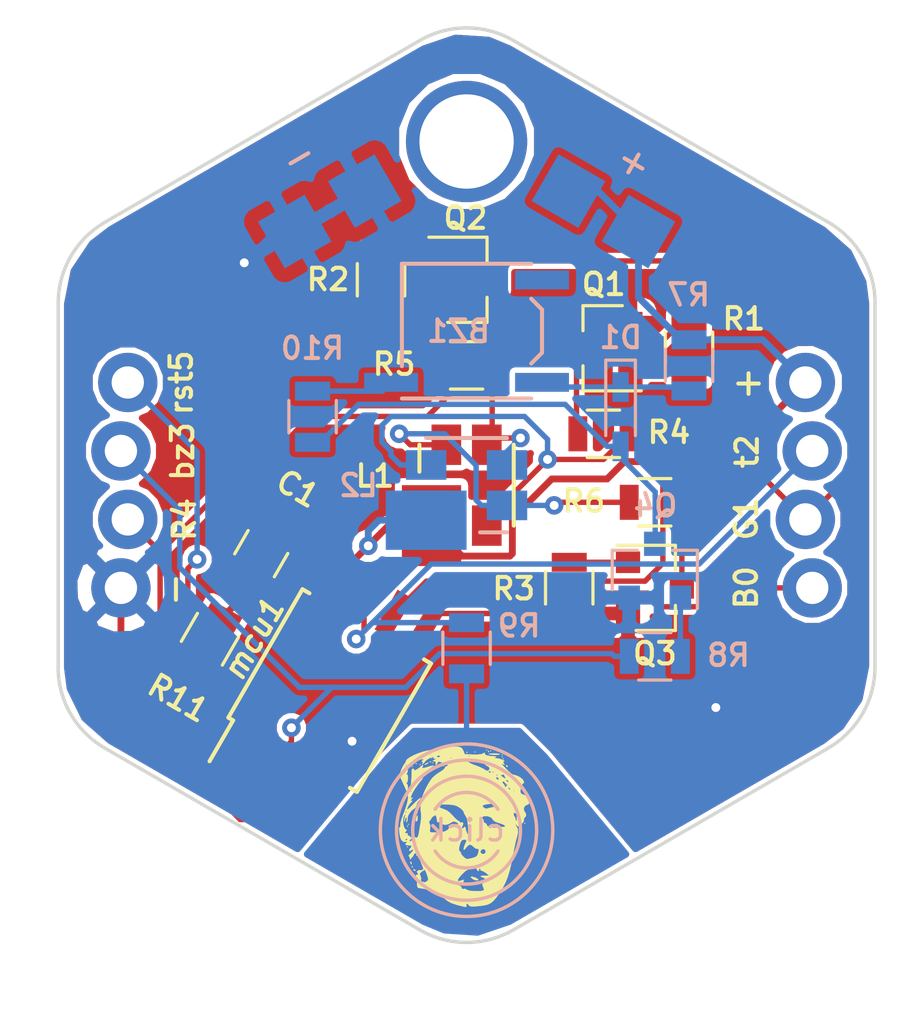
<source format=kicad_pcb>
(kicad_pcb (version 4) (host pcbnew 4.0.7-e2-6376~60~ubuntu17.10.1)
  (layers (0 F.Cu signal) (31 B.Cu signal) (34 B.Paste user hide) (35 F.Paste user hide) (36 B.SilkS user) (37 F.SilkS user) (38 B.Mask user) (39 F.Mask user) (44 Edge.Cuts user))
  (net 0 "")
  (net 1 /BLUE)
  (net 2 "Net-(BZ1-Pad2)")
  (net 3 "Net-(BZ1-Pad1)")
  (net 4 /BUZZER)
  (net 5 VCC)
  (net 6 GND)
  (net 7 "Net-(D1-Pad2)")
  (net 8 /GREEN)
  (net 9 "Net-(J9-Pad1)")
  (net 10 /BLUE_MOS)
  (net 11 /GREEN_MOS)
  (net 12 /RED_MOS)
  (net 13 /RESET)
  (net 14 /RED)
  (net 15 /TOUCH)
  (net 16 "Net-(Q1-Pad1)")
  (net 17 "Net-(Q1-Pad3)")
  (net 18 "Net-(Q2-Pad1)")
  (net 19 "Net-(Q2-Pad3)")
  (net 20 "Net-(Q3-Pad1)")
  (net 21 "Net-(Q3-Pad3)")
  (net 22 "Net-(Q4-Pad1)")
  (module SMD_Packages:1Pin (layer B.Cu) (at 0 11.43 180)
    (fp_text reference J9 hide)
    (fp_text value TOUCH_PAD_COPPER)
    (pad 1 smd rect (at 0 0 180) (size 4.064 4.064) (layers B.Cu) (net 9 "Net-(J9-Pad1)"))
  )
  (module Diodes_SMD:D_SC-80_HandSoldering (layer B.Cu) (at 5.715 -2.54 270)
    (fp_text reference D1 (at -2.94 -0.005 360) (layer B.SilkS) (effects (font (size 0.8 0.8)) (justify mirror)))
    (fp_text value D_Zener)
    (pad 2 smd rect (at 1.1 0 270) (size 1.1 0.6) (layers B.Cu B.Paste B.Mask) (net 7 "Net-(D1-Pad2)"))
    (pad 1 smd rect (at -1.1 0 270) (size 1.1 0.6) (layers B.Cu B.Paste B.Mask) (net 3 "Net-(BZ1-Pad1)"))
  )
  (module Wire_Pads:SolderWirePad_single_1-2mmDrill (layer F.Cu) (at 12.827 3.81 90)
    (fp_text reference B0 (at 0.01 -2.447 90) (layer F.SilkS) (effects (font (size 0.8 0.8))))
    (fp_text value TEST_1P)
    (pad 1 thru_hole circle (at 0 0 90) (size 2.2 2.2) (drill 1.19888) (layers *.Cu *.Mask) (net 1 /BLUE))
  )
  (module bzel-t72-0505:t72-0505 (layer B.Cu) (at 0 -5.715 180)
    (fp_text reference BZ1 (at 0.3 0 180) (layer B.SilkS) (effects (font (size 0.8 0.8)) (justify mirror)))
    (fp_text value "Magnetic Buzzer")
    (pad 2 smd rect (at 2.8 -1.9 180) (size 2 0.7) (layers B.Cu B.Paste B.Mask) (net 2 "Net-(BZ1-Pad2)"))
    (pad 1 smd rect (at -2.8 -1.9 180) (size 2 0.7) (layers B.Cu B.Paste B.Mask) (net 3 "Net-(BZ1-Pad1)"))
    (pad "" smd rect (at -2.8 1.9 180) (size 2 0.7) (layers B.Cu B.Paste B.Mask))
  )
  (module Wire_Pads:SolderWirePad_single_1-2mmDrill (layer F.Cu) (at -12.827 -1.27 270)
    (fp_text reference bz3 (at 0.02 -2.287 270) (layer F.SilkS) (effects (font (size 0.8 0.8))))
    (fp_text value TEST_1P)
    (pad 1 thru_hole circle (at 0 0 270) (size 2.2 2.2) (drill 1.19888) (layers *.Cu *.Mask) (net 4 /BUZZER))
  )
  (module Capacitors_SMD:C_0805 (layer F.Cu) (at -7.62 2.54 60)
    (fp_text reference C1 (at 2.762121 -0.035866 150) (layer F.SilkS) (effects (font (size 0.8 0.8))))
    (fp_text value 100nf)
    (pad 1 smd rect (at -1 0 60) (size 1 1.25) (layers F.Cu F.Paste F.Mask) (net 5 VCC))
    (pad 2 smd rect (at 1 0 60) (size 1 1.25) (layers F.Cu F.Paste F.Mask) (net 6 GND))
  )
  (module Wire_Pads:SolderWirePad_single_1-2mmDrill (layer F.Cu) (at 12.573 1.27 90)
    (fp_text reference G1 (at 0.02 -2.193 90) (layer F.SilkS) (effects (font (size 0.8 0.8))))
    (fp_text value TEST_1P)
    (pad 1 thru_hole circle (at 0 0 90) (size 2.2 2.2) (drill 1.19888) (layers *.Cu *.Mask) (net 8 /GREEN))
  )
  (module Wire_Pads:SolderWirePad_single_1-2mmDrill (layer F.Cu) (at -12.827 3.81 270)
    (fp_text reference - (at 0.06 -1.967 270) (layer F.SilkS))
    (fp_text value TEST_1P)
    (pad 1 thru_hole circle (at 0 0 270) (size 2.2 2.2) (drill 1.19888) (layers *.Cu *.Mask) (net 6 GND))
  )
  (module wrirepad:singlesolderpad (layer B.Cu) (at -5.08 -10.16 300)
    (fp_text reference - (at -2.338032 -0.010411 390) (layer B.SilkS) (effects (justify mirror)))
    (fp_text value TEST_1P)
    (pad 1 smd rect (at 0 1.5 300) (size 2 2) (layers B.Cu B.Paste B.Mask) (net 6 GND))
    (pad 1 smd rect (at 0 -1.5 300) (size 2 2) (layers B.Cu B.Paste B.Mask) (net 6 GND))
  )
  (module ASMB-MTB0-0A3A2:ASMB-MTB0-0A3A2 (layer F.Cu) (at 0 0)
    (fp_text reference L1 (at -3.4 -0.34) (layer F.SilkS) (effects (font (size 0.8 0.8))))
    (fp_text value ASMB-MTB0-0A3A2)
    (pad 1 smd rect (at -0.75 1.5) (size 1.1 1.5) (layers F.Cu F.Paste F.Mask) (net 5 VCC))
    (pad 1 smd rect (at -1.3 1.5) (size 2.2 3) (layers F.Cu) (net 5 VCC))
    (pad 2 smd rect (at -0.75 -1.5) (size 1.1 1.5) (layers F.Cu F.Paste F.Mask) (net 10 /BLUE_MOS))
    (pad 3 smd rect (at 0.75 -1.5) (size 1.1 1.5) (layers F.Cu F.Paste F.Mask) (net 11 /GREEN_MOS))
    (pad 4 smd rect (at 0.75 1.5) (size 1.1 1.5) (layers F.Cu F.Paste F.Mask) (net 12 /RED_MOS))
  )
  (module ASMB-MTB0-0A3A2:ASMB-MTB0-0A3A2 (layer B.Cu) (at 0 0 90)
    (fp_text reference L2 (at -0.01 -4.01 180) (layer B.SilkS) (effects (font (size 0.8 0.8)) (justify mirror)))
    (fp_text value ASMB-MTB0-0A3A2)
    (pad 1 smd rect (at -0.75 -1.5 90) (size 1.1 1.5) (layers B.Cu B.Paste B.Mask) (net 5 VCC))
    (pad 1 smd rect (at -1.3 -1.5 90) (size 2.2 3) (layers B.Cu) (net 5 VCC))
    (pad 2 smd rect (at -0.75 1.5 90) (size 1.1 1.5) (layers B.Cu B.Paste B.Mask) (net 10 /BLUE_MOS))
    (pad 3 smd rect (at 0.75 1.5 90) (size 1.1 1.5) (layers B.Cu B.Paste B.Mask) (net 11 /GREEN_MOS))
    (pad 4 smd rect (at 0.75 -1.5 90) (size 1.1 1.5) (layers B.Cu B.Paste B.Mask) (net 12 /RED_MOS))
  )
  (module Housings_SOIC:SOIJ-8_5.3x5.3mm_Pitch1.27mm (layer F.Cu) (at -5.08 7.62 60)
    (fp_text reference mcu1 (at 0.252769 -3.402192 60) (layer F.SilkS) (effects (font (size 0.8 0.8) (thickness 0.15) italic)))
    (fp_text value ATTINY85V-10SU)
    (pad 1 smd rect (at -3.65 -1.905 60) (size 1.7 0.65) (layers F.Cu F.Paste F.Mask) (net 13 /RESET))
    (pad 2 smd rect (at -3.65 -0.635 60) (size 1.7 0.65) (layers F.Cu F.Paste F.Mask) (net 4 /BUZZER))
    (pad 3 smd rect (at -3.65 0.635 60) (size 1.7 0.65) (layers F.Cu F.Paste F.Mask) (net 14 /RED))
    (pad 4 smd rect (at -3.65 1.905 60) (size 1.7 0.65) (layers F.Cu F.Paste F.Mask) (net 6 GND))
    (pad 5 smd rect (at 3.65 1.905 60) (size 1.7 0.65) (layers F.Cu F.Paste F.Mask) (net 1 /BLUE))
    (pad 6 smd rect (at 3.65 0.635 60) (size 1.7 0.65) (layers F.Cu F.Paste F.Mask) (net 8 /GREEN))
    (pad 7 smd rect (at 3.65 -0.635 60) (size 1.7 0.65) (layers F.Cu F.Paste F.Mask) (net 15 /TOUCH))
    (pad 8 smd rect (at 3.65 -1.905 60) (size 1.7 0.65) (layers F.Cu F.Paste F.Mask) (net 5 VCC))
  )
  (module TO_SOT_Packages_SMD:SOT-23 (layer F.Cu) (at 5.08 -5.08 180)
    (fp_text reference Q1 (at -0.01 2.37 180) (layer F.SilkS) (effects (font (size 0.8 0.8))))
    (fp_text value NTR4003NT3G)
    (pad 1 smd rect (at -1 -0.95 180) (size 0.9 0.8) (layers F.Cu F.Paste F.Mask) (net 16 "Net-(Q1-Pad1)"))
    (pad 2 smd rect (at -1 0.95 180) (size 0.9 0.8) (layers F.Cu F.Paste F.Mask) (net 6 GND))
    (pad 3 smd rect (at 1 0 180) (size 0.9 0.8) (layers F.Cu F.Paste F.Mask) (net 17 "Net-(Q1-Pad3)"))
  )
  (module TO_SOT_Packages_SMD:SOT-23 (layer F.Cu) (at 0 -7.62)
    (fp_text reference Q2 (at -0.04 -2.29) (layer F.SilkS) (effects (font (size 0.8 0.8))))
    (fp_text value NTR4003NT3G)
    (pad 1 smd rect (at -1 -0.95) (size 0.9 0.8) (layers F.Cu F.Paste F.Mask) (net 18 "Net-(Q2-Pad1)"))
    (pad 2 smd rect (at -1 0.95) (size 0.9 0.8) (layers F.Cu F.Paste F.Mask) (net 6 GND))
    (pad 3 smd rect (at 1 0) (size 0.9 0.8) (layers F.Cu F.Paste F.Mask) (net 19 "Net-(Q2-Pad3)"))
  )
  (module TO_SOT_Packages_SMD:SOT-23 (layer F.Cu) (at 6.99 3.81)
    (fp_text reference Q3 (at 0 2.44) (layer F.SilkS) (effects (font (size 0.8 0.8))))
    (fp_text value NTR4003NT3G)
    (pad 1 smd rect (at -1 -0.95) (size 0.9 0.8) (layers F.Cu F.Paste F.Mask) (net 20 "Net-(Q3-Pad1)"))
    (pad 2 smd rect (at -1 0.95) (size 0.9 0.8) (layers F.Cu F.Paste F.Mask) (net 6 GND))
    (pad 3 smd rect (at 1 0) (size 0.9 0.8) (layers F.Cu F.Paste F.Mask) (net 21 "Net-(Q3-Pad3)"))
  )
  (module TO_SOT_Packages_SMD:SOT-23 (layer B.Cu) (at 6.985 3.175 90)
    (fp_text reference Q4 (at 2.415 0.025 180) (layer B.SilkS) (effects (font (size 0.8 0.8)) (justify mirror)))
    (fp_text value NTR4003NT3G)
    (pad 1 smd rect (at -1 0.95 90) (size 0.9 0.8) (layers B.Cu B.Paste B.Mask) (net 22 "Net-(Q4-Pad1)"))
    (pad 2 smd rect (at -1 -0.95 90) (size 0.9 0.8) (layers B.Cu B.Paste B.Mask) (net 6 GND))
    (pad 3 smd rect (at 1 0 90) (size 0.9 0.8) (layers B.Cu B.Paste B.Mask) (net 7 "Net-(D1-Pad2)"))
  )
  (module Resistors_SMD:R_0805 (layer F.Cu) (at 8.255 -5.08 90)
    (fp_text reference R1 (at 1.09 2.035 180) (layer F.SilkS) (effects (font (size 0.8 0.8))))
    (fp_text value 82R)
    (pad 1 smd rect (at -0.95 0 90) (size 0.7 1.3) (layers F.Cu F.Paste F.Mask) (net 16 "Net-(Q1-Pad1)"))
    (pad 2 smd rect (at 0.95 0 90) (size 0.7 1.3) (layers F.Cu F.Paste F.Mask) (net 14 /RED))
  )
  (module Resistors_SMD:R_0805 (layer F.Cu) (at -3.175 -7.62 270)
    (fp_text reference R2 (at -0.01 1.965 360) (layer F.SilkS) (effects (font (size 0.8 0.8))))
    (fp_text value 82R)
    (pad 1 smd rect (at -0.95 0 270) (size 0.7 1.3) (layers F.Cu F.Paste F.Mask) (net 18 "Net-(Q2-Pad1)"))
    (pad 2 smd rect (at 0.95 0 270) (size 0.7 1.3) (layers F.Cu F.Paste F.Mask) (net 8 /GREEN))
  )
  (module Resistors_SMD:R_0805 (layer F.Cu) (at 3.81 3.81 270)
    (fp_text reference R3 (at 0.03 2.06 360) (layer F.SilkS) (effects (font (size 0.8 0.8))))
    (fp_text value 82R)
    (pad 1 smd rect (at -0.95 0 270) (size 0.7 1.3) (layers F.Cu F.Paste F.Mask) (net 20 "Net-(Q3-Pad1)"))
    (pad 2 smd rect (at 0.95 0 270) (size 0.7 1.3) (layers F.Cu F.Paste F.Mask) (net 1 /BLUE))
  )
  (module Resistors_SMD:R_0805 (layer F.Cu) (at 5.08 -1.905)
    (fp_text reference R4 (at 2.43 -0.055) (layer F.SilkS) (effects (font (size 0.8 0.8))))
    (fp_text value 33R)
    (pad 1 smd rect (at -0.95 0) (size 0.7 1.3) (layers F.Cu F.Paste F.Mask) (net 17 "Net-(Q1-Pad3)"))
    (pad 2 smd rect (at 0.95 0) (size 0.7 1.3) (layers F.Cu F.Paste F.Mask) (net 12 /RED_MOS))
  )
  (module Resistors_SMD:R_0805 (layer F.Cu) (at 0 -4.445)
    (fp_text reference R5 (at -2.69 -0.045) (layer F.SilkS) (effects (font (size 0.8 0.8))))
    (fp_text value 33R)
    (pad 1 smd rect (at -0.95 0) (size 0.7 1.3) (layers F.Cu F.Paste F.Mask) (net 19 "Net-(Q2-Pad3)"))
    (pad 2 smd rect (at 0.95 0) (size 0.7 1.3) (layers F.Cu F.Paste F.Mask) (net 11 /GREEN_MOS))
  )
  (module Resistors_SMD:R_0805 (layer F.Cu) (at 6.985 0.635 180)
    (fp_text reference R6 (at 2.635 0.045 180) (layer F.SilkS) (effects (font (size 0.8 0.8))))
    (fp_text value 33R)
    (pad 1 smd rect (at -0.95 0 180) (size 0.7 1.3) (layers F.Cu F.Paste F.Mask) (net 21 "Net-(Q3-Pad3)"))
    (pad 2 smd rect (at 0.95 0 180) (size 0.7 1.3) (layers F.Cu F.Paste F.Mask) (net 10 /BLUE_MOS))
  )
  (module Resistors_SMD:R_0805 (layer B.Cu) (at 8.255 -4.445 270)
    (fp_text reference R7 (at -2.615 0.015 360) (layer B.SilkS) (effects (font (size 0.8 0.8)) (justify mirror)))
    (fp_text value 10R)
    (pad 1 smd rect (at -0.95 0 270) (size 0.7 1.3) (layers B.Cu B.Paste B.Mask) (net 5 VCC))
    (pad 2 smd rect (at 0.95 0 270) (size 0.7 1.3) (layers B.Cu B.Paste B.Mask) (net 3 "Net-(BZ1-Pad1)"))
  )
  (module Resistors_SMD:R_0805 (layer B.Cu) (at 6.985 6.35 180)
    (fp_text reference R8 (at -2.735 0.04 180) (layer B.SilkS) (effects (font (size 0.8 0.8)) (justify mirror)))
    (fp_text value 82R)
    (pad 1 smd rect (at -0.95 0 180) (size 0.7 1.3) (layers B.Cu B.Paste B.Mask) (net 22 "Net-(Q4-Pad1)"))
    (pad 2 smd rect (at 0.95 0 180) (size 0.7 1.3) (layers B.Cu B.Paste B.Mask) (net 4 /BUZZER))
  )
  (module Resistors_SMD:R_0805 (layer B.Cu) (at 0 6.05 270)
    (fp_text reference R9 (at -0.83 -1.95 360) (layer B.SilkS) (effects (font (size 0.8 0.8)) (justify mirror)))
    (fp_text value 20K)
    (pad 1 smd rect (at -0.95 0 270) (size 0.7 1.3) (layers B.Cu B.Paste B.Mask) (net 15 /TOUCH))
    (pad 2 smd rect (at 0.95 0 270) (size 0.7 1.3) (layers B.Cu B.Paste B.Mask) (net 9 "Net-(J9-Pad1)"))
  )
  (module Resistors_SMD:R_0805 (layer B.Cu) (at -5.715 -2.54 90)
    (fp_text reference R10 (at 2.54 -0.005 180) (layer B.SilkS) (effects (font (size 0.8 0.8)) (justify mirror)))
    (fp_text value 33R)
    (pad 1 smd rect (at -0.95 0 90) (size 0.7 1.3) (layers B.Cu B.Paste B.Mask) (net 7 "Net-(D1-Pad2)"))
    (pad 2 smd rect (at 0.95 0 90) (size 0.7 1.3) (layers B.Cu B.Paste B.Mask) (net 2 "Net-(BZ1-Pad2)"))
  )
  (module Resistors_SMD:R_0805 (layer F.Cu) (at -9.525 5.715 60)
    (fp_text reference R11 (at -2.479766 0.07492 150) (layer F.SilkS) (effects (font (size 0.8 0.8))))
    (fp_text value 20K)
    (pad 1 smd rect (at -0.95 0 60) (size 0.7 1.3) (layers F.Cu F.Paste F.Mask) (net 13 /RESET))
    (pad 2 smd rect (at 0.95 0 60) (size 0.7 1.3) (layers F.Cu F.Paste F.Mask) (net 5 VCC))
  )
  (module Wire_Pads:SolderWirePad_single_1-2mmDrill (layer F.Cu) (at -12.573 1.27 270)
    (fp_text reference R4 (at 0 -2.103 270) (layer F.SilkS) (effects (font (size 0.8 0.8))))
    (fp_text value TEST_1P)
    (pad 1 thru_hole circle (at 0 0 270) (size 2.2 2.2) (drill 1.19888) (layers *.Cu *.Mask) (net 14 /RED))
  )
  (module Wire_Pads:SolderWirePad_single_1-2mmDrill (layer F.Cu) (at -12.573 -3.81 270)
    (fp_text reference rst5 (at 0.01 -1.983 270) (layer F.SilkS) (effects (font (size 0.8 0.8))))
    (fp_text value TEST_1P)
    (pad 1 thru_hole circle (at 0 0 270) (size 2.2 2.2) (drill 1.19888) (layers *.Cu *.Mask) (net 13 /RESET))
  )
  (module Wire_Pads:SolderWirePad_single_1-2mmDrill (layer F.Cu) (at 12.827 -1.27 90)
    (fp_text reference t2 (at -0.02 -2.417 90) (layer F.SilkS) (effects (font (size 0.8 0.8))))
    (fp_text value TEST_1P)
    (pad 1 thru_hole circle (at 0 0 90) (size 2.2 2.2) (drill 1.19888) (layers *.Cu *.Mask) (net 15 /TOUCH))
  )
  (module Wire_Pads:SolderWirePad_single_1-2mmDrill (layer F.Cu) (at 12.573 -3.81 90)
    (fp_text reference + (at -0.04 -2.183 90) (layer F.SilkS))
    (fp_text value TEST_1P)
    (pad 1 thru_hole circle (at 0 0 90) (size 2.2 2.2) (drill 1.19888) (layers *.Cu *.Mask) (net 5 VCC))
  )
  (module wrirepad:singlesolderpad (layer B.Cu) (at 5.08 -10.16 60)
    (fp_text reference + (at 2.168487 0.075929 150) (layer B.SilkS) (effects (justify mirror)))
    (fp_text value TEST_1P)
    (pad 1 smd rect (at 0 1.5 60) (size 2 2) (layers B.Cu B.Paste B.Mask) (net 5 VCC))
    (pad 1 smd rect (at 0 -1.5 60) (size 2 2) (layers B.Cu B.Paste B.Mask) (net 5 VCC))
  )
  (module blinker_attiny85:testfoto (layer F.Cu) (at 0 13)
    (fp_text reference G*** hide)
    (fp_text value LOGO hide)
  )
  (module blinker_attiny85:italia (layer B.Cu) (at -11 7 180)
    (fp_text reference G*** hide)
    (fp_text value LOGO hide)
  )
  (module Wire_Pads:SolderWirePad_single_2mmDrill (layer F.Cu) (at 0 -12.75)
    (fp_text reference REF** hide)
    (fp_text value SolderWirePad_single_2mmDrill)
    (pad "" np_thru_hole circle (at 0 0) (size 4.5 4.5) (drill 3.5) (layers *.Cu *.Mask))
  )
  (gr_arc (start -11.691 6.75) (end -13.432 9.75) (angle 60) (layer Edge.Cuts) (width 0.127))
  (gr_arc (start 0 13.5) (end 1.732 16.5) (angle 60) (layer Edge.Cuts) (width 0.127))
  (gr_arc (start 11.691 6.75) (end 15.155 6.75) (angle 60) (layer Edge.Cuts) (width 0.127))
  (gr_arc (start 11.691 -6.75) (end 13.432 -9.75) (angle 60) (layer Edge.Cuts) (width 0.127))
  (gr_arc (start 0 -13.5) (end -1.732 -16.5) (angle 60) (layer Edge.Cuts) (width 0.127))
  (gr_arc (start -11.691 -6.75) (end -15.155 -6.75) (angle 60) (layer Edge.Cuts) (width 0.127))
  (gr_line (start -13.432 -9.75) (end -1.732 -16.5) (layer Edge.Cuts) (width 0.127))
  (gr_line (start -15.155 6.75) (end -15.155 -6.75) (layer Edge.Cuts) (width 0.127))
  (gr_line (start -1.732 16.5) (end -13.432 9.75) (layer Edge.Cuts) (width 0.127))
  (gr_line (start 13.432 9.75) (end 1.732 16.5) (layer Edge.Cuts) (width 0.127))
  (gr_line (start 15.155 -6.75) (end 15.155 6.75) (layer Edge.Cuts) (width 0.127))
  (gr_line (start 1.732 -16.5) (end 13.432 -9.75) (layer Edge.Cuts) (width 0.127))
  (gr_arc (start 0 12.8) (end 0 11.4) (angle -56.30993247) (layer B.SilkS) (width 0.127))
  (gr_arc (start 0 12.8) (end 0 14.2) (angle -56.30993247) (layer B.SilkS) (width 0.127))
  (gr_arc (start 0 12.8) (end 0 14.2) (angle 56.30993247) (layer B.SilkS) (width 0.127))
  (gr_arc (start 0 12.8) (end 0 11.4) (angle 56.30993247) (layer B.SilkS) (width 0.127))
  (gr_circle (center 0 12.8) (end 3.2 12.8) (layer B.SilkS) (width 0.127))
  (gr_circle (center 0 12.8) (end 2.6 12.8) (layer B.SilkS) (width 0.127))
  (gr_circle (center 0 12.8) (end 2 12.8) (layer B.SilkS) (width 0.127))
  (gr_text click (at 0 12.8) (layer B.SilkS) (effects (font (size 0.8 0.8) (thickness 0.127)) (justify mirror)))
  (segment (start 3.81 4.76) (end -0.953715 4.76) (width 0.2) (layer F.Cu) (net 1))
  (segment (start -0.953715 4.76) (end -1.605222 5.411507) (width 0.2) (layer F.Cu) (net 1))
  (segment (start 12.827 3.81) (end 11.271366 3.81) (width 0.2) (layer F.Cu) (net 1))
  (segment (start 11.271366 3.81) (end 10.571365 4.510001) (width 0.2) (layer F.Cu) (net 1))
  (segment (start 10.571365 4.510001) (end 7.227203 4.510001) (width 0.2) (layer F.Cu) (net 1))
  (segment (start 7.227203 4.510001) (end 6.723201 4.005999) (width 0.2) (layer F.Cu) (net 1))
  (segment (start 6.723201 4.005999) (end 4.864001 4.005999) (width 0.2) (layer F.Cu) (net 1))
  (segment (start 4.864001 4.005999) (end 4.11 4.76) (width 0.2) (layer F.Cu) (net 1))
  (segment (start 4.11 4.76) (end 3.81 4.76) (width 0.2) (layer F.Cu) (net 1))
  (segment (start -5.715 -3.49) (end -3.125 -3.49) (width 0.2) (layer B.Cu) (net 2))
  (segment (start -3.125 -3.49) (end -2.8 -3.815) (width 0.2) (layer B.Cu) (net 2))
  (segment (start 5.715 -3.64) (end 8.11 -3.64) (width 0.2) (layer B.Cu) (net 3))
  (segment (start 8.11 -3.64) (end 8.255 -3.495) (width 0.2) (layer B.Cu) (net 3))
  (segment (start 5.715 -3.64) (end 2.975 -3.64) (width 0.2) (layer B.Cu) (net 3))
  (segment (start 2.975 -3.64) (end 2.8 -3.815) (width 0.2) (layer B.Cu) (net 3))
  (segment (start 6.035 6.35) (end 5.485 6.35) (width 0.2) (layer B.Cu) (net 4))
  (segment (start -2.25 7.5) (end -5 7.5) (width 0.2) (layer B.Cu) (net 4))
  (segment (start 5.485 6.35) (end 5.385 6.25) (width 0.2) (layer B.Cu) (net 4))
  (segment (start 5.385 6.25) (end -1 6.25) (width 0.2) (layer B.Cu) (net 4))
  (segment (start -1 6.25) (end -2.25 7.5) (width 0.2) (layer B.Cu) (net 4))
  (segment (start -5 7.5) (end -6 8.5) (width 0.2) (layer B.Cu) (net 4))
  (segment (start -6 8.5) (end -6.5 9) (width 0.2) (layer B.Cu) (net 4))
  (segment (start -12.827 -1.27) (end -10.642902 0.914098) (width 0.2) (layer B.Cu) (net 4))
  (segment (start -10.642902 3.058594) (end -6.201496 7.5) (width 0.2) (layer B.Cu) (net 4))
  (segment (start -10.642902 0.914098) (end -10.642902 3.058594) (width 0.2) (layer B.Cu) (net 4))
  (segment (start -6.201496 7.5) (end -5 7.5) (width 0.2) (layer B.Cu) (net 4))
  (segment (start -6.5 9) (end -6.5 9.508567) (width 0.2) (layer F.Cu) (net 4))
  (segment (start -6.5 9.508567) (end -7.454926 10.463493) (width 0.2) (layer F.Cu) (net 4))
  (via (at -6.5 9) (size 0.6858) (drill 0.3302) (layers F.Cu B.Cu) (net 4))
  (segment (start 6.379038 -9.41) (end 4.879038 -10.91) (width 0.254) (layer B.Cu) (net 5))
  (segment (start 4.879038 -10.91) (end 3.780962 -10.91) (width 0.254) (layer B.Cu) (net 5))
  (segment (start 8.255 -5.395) (end 7.955 -5.395) (width 0.254) (layer B.Cu) (net 5))
  (segment (start 6.379038 -8.1553) (end 6.379038 -9.41) (width 0.254) (layer B.Cu) (net 5))
  (segment (start 7.955 -5.395) (end 6.379038 -6.970962) (width 0.254) (layer B.Cu) (net 5))
  (segment (start 6.379038 -6.970962) (end 6.379038 -8.1553) (width 0.254) (layer B.Cu) (net 5))
  (segment (start 8.255 -5.395) (end 10.988 -5.395) (width 0.254) (layer B.Cu) (net 5))
  (segment (start 10.988 -5.395) (end 12.573 -3.81) (width 0.254) (layer B.Cu) (net 5))
  (segment (start -4.904778 3.506507) (end -3.648271 2.25) (width 0.254) (layer F.Cu) (net 5))
  (segment (start -3.648271 2.25) (end -2.898271 1.5) (width 0.254) (layer F.Cu) (net 5))
  (segment (start -1.5 1.3) (end -3.254 1.3) (width 0.254) (layer B.Cu) (net 5))
  (segment (start -3.254 1.3) (end -3.648271 1.694271) (width 0.254) (layer B.Cu) (net 5))
  (segment (start -3.648271 1.694271) (end -3.648271 2.25) (width 0.254) (layer B.Cu) (net 5))
  (via (at -3.648271 2.25) (size 0.6858) (drill 0.3302) (layers F.Cu B.Cu) (net 5))
  (segment (start 9.636999 -0.873999) (end 11.473001 -2.710001) (width 0.254) (layer F.Cu) (net 5))
  (segment (start 5.858197 -0.873999) (end 9.636999 -0.873999) (width 0.254) (layer F.Cu) (net 5))
  (segment (start 5.215296 -0.231098) (end 5.858197 -0.873999) (width 0.254) (layer F.Cu) (net 5))
  (segment (start 3.16135 -0.231098) (end 5.215296 -0.231098) (width 0.254) (layer F.Cu) (net 5))
  (segment (start 1.699242 1.23101) (end 3.16135 -0.231098) (width 0.254) (layer F.Cu) (net 5))
  (segment (start -0.168999 2.631001) (end 1.604801 2.631001) (width 0.254) (layer F.Cu) (net 5))
  (segment (start 1.699242 2.53656) (end 1.699242 1.23101) (width 0.254) (layer F.Cu) (net 5))
  (segment (start -1.3 1.5) (end -0.168999 2.631001) (width 0.254) (layer F.Cu) (net 5))
  (segment (start 1.604801 2.631001) (end 1.699242 2.53656) (width 0.254) (layer F.Cu) (net 5))
  (segment (start 11.473001 -2.710001) (end 12.573 -3.81) (width 0.254) (layer F.Cu) (net 5))
  (segment (start -2.898271 1.5) (end -1.3 1.5) (width 0.254) (layer F.Cu) (net 5))
  (segment (start -4.904778 3.506507) (end -8.019518 3.506507) (width 0.254) (layer F.Cu) (net 5))
  (segment (start -8.019518 3.506507) (end -8.12 3.406025) (width 0.254) (layer F.Cu) (net 5))
  (segment (start -8.12 3.406025) (end -8.12 3.962276) (width 0.254) (layer F.Cu) (net 5))
  (segment (start -8.12 3.962276) (end -9.05 4.892276) (width 0.254) (layer F.Cu) (net 5))
  (segment (start 9.25 8.25) (end 10.578882 8.25) (width 0.254) (layer B.Cu) (net 6))
  (segment (start 10.578882 8.25) (end 14.308001 4.520881) (width 0.254) (layer B.Cu) (net 6))
  (segment (start 14.308001 4.520881) (end 14.308001 -6.191999) (width 0.254) (layer B.Cu) (net 6))
  (segment (start -3 8.25) (end 9.25 8.25) (width 0.254) (layer F.Cu) (net 6))
  (via (at 9.25 8.25) (size 0.6858) (drill 0.3302) (layers F.Cu B.Cu) (net 6))
  (segment (start -3.25 8.5) (end -3 8.25) (width 0.254) (layer F.Cu) (net 6))
  (segment (start -4.25 9.5) (end -3.25 8.5) (width 0.254) (layer F.Cu) (net 6))
  (segment (start -6.379038 -9.41) (end -7.09 -9.41) (width 0.254) (layer B.Cu) (net 6))
  (via (at -8.25 -8.25) (size 0.6858) (drill 0.3302) (layers F.Cu B.Cu) (net 6))
  (segment (start -7.09 -9.41) (end -8.25 -8.25) (width 0.254) (layer B.Cu) (net 6))
  (segment (start -12.827 3.81) (end -12.827 7.940881) (width 0.254) (layer F.Cu) (net 6))
  (segment (start -12.827 7.940881) (end -8.389756 12.378125) (width 0.254) (layer F.Cu) (net 6))
  (via (at -4.25 9.5) (size 0.6858) (drill 0.3302) (layers F.Cu B.Cu) (net 6))
  (segment (start -8.389756 12.378125) (end -6.340796 12.378125) (width 0.254) (layer F.Cu) (net 6))
  (segment (start -6.340796 12.378125) (end -4.25 10.287329) (width 0.254) (layer F.Cu) (net 6))
  (segment (start -4.25 10.287329) (end -4.25 9.5) (width 0.254) (layer F.Cu) (net 6))
  (segment (start 5.715 -1.44) (end 5.715 -1.035) (width 0.2) (layer B.Cu) (net 7))
  (segment (start 5.715 -1.035) (end 7 0.25) (width 0.2) (layer B.Cu) (net 7))
  (segment (start 7 0.25) (end 7 2.11) (width 0.2) (layer B.Cu) (net 7))
  (segment (start 7 2.11) (end 6.985 2.125) (width 0.2) (layer B.Cu) (net 7))
  (segment (start 6.985 2.125) (end 6.985 2.175) (width 0.2) (layer B.Cu) (net 7))
  (segment (start -4.005 -3) (end 3.655 -3) (width 0.2) (layer B.Cu) (net 7))
  (segment (start 3.655 -3) (end 5.215 -1.44) (width 0.2) (layer B.Cu) (net 7))
  (segment (start 5.215 -1.44) (end 5.715 -1.44) (width 0.2) (layer B.Cu) (net 7))
  (segment (start -5.715 -1.59) (end -5.415 -1.59) (width 0.2) (layer B.Cu) (net 7))
  (segment (start -5.415 -1.59) (end -4.005 -3) (width 0.2) (layer B.Cu) (net 7))
  (segment (start -3.175 -6.67) (end -2.875 -6.67) (width 0.2) (layer F.Cu) (net 8))
  (segment (start -2.875 -6.67) (end -1.675001 -7.869999) (width 0.2) (layer F.Cu) (net 8))
  (segment (start -1.675001 -7.869999) (end -0.140003 -7.869999) (width 0.2) (layer F.Cu) (net 8))
  (segment (start -0.140003 -7.869999) (end 0.309999 -8.320001) (width 0.2) (layer F.Cu) (net 8))
  (segment (start 14.227001 -0.384001) (end 13.672999 0.170001) (width 0.2) (layer F.Cu) (net 8))
  (segment (start 0.309999 -8.320001) (end 10.214921 -8.320001) (width 0.2) (layer F.Cu) (net 8))
  (segment (start 10.214921 -8.320001) (end 14.227001 -4.307921) (width 0.2) (layer F.Cu) (net 8))
  (segment (start 14.227001 -4.307921) (end 14.227001 -0.384001) (width 0.2) (layer F.Cu) (net 8))
  (segment (start 13.672999 0.170001) (end 12.573 1.27) (width 0.2) (layer F.Cu) (net 8))
  (segment (start -2.012121 4.083554) (end -2.705074 4.776507) (width 0.2) (layer F.Cu) (net 8))
  (segment (start -1.488568 3.560001) (end -2.012121 4.083554) (width 0.2) (layer F.Cu) (net 8))
  (segment (start 7.284999 -0.255001) (end 7.284999 2.899301) (width 0.2) (layer F.Cu) (net 8))
  (segment (start 7.284999 2.899301) (end 6.624299 3.560001) (width 0.2) (layer F.Cu) (net 8))
  (segment (start 7.344999 -0.315001) (end 7.284999 -0.255001) (width 0.2) (layer F.Cu) (net 8))
  (segment (start 6.624299 3.560001) (end -1.488568 3.560001) (width 0.2) (layer F.Cu) (net 8))
  (segment (start 10.987999 -0.315001) (end 7.344999 -0.315001) (width 0.2) (layer F.Cu) (net 8))
  (segment (start 12.573 1.27) (end 10.987999 -0.315001) (width 0.2) (layer F.Cu) (net 8))
  (segment (start 0 7) (end 0 11.43) (width 0.2) (layer B.Cu) (net 9))
  (segment (start -2.092909 -1.5) (end -2.157101 -1.564192) (width 0.2) (layer F.Cu) (net 10))
  (segment (start 1.5 0.75) (end 0.55 0.75) (width 0.2) (layer B.Cu) (net 10))
  (segment (start -2.157101 -1.564192) (end -2.5 -1.907091) (width 0.2) (layer F.Cu) (net 10))
  (segment (start -2.015067 -1.907091) (end -2.5 -1.907091) (width 0.2) (layer B.Cu) (net 10))
  (segment (start -0.75 -1.5) (end -2.092909 -1.5) (width 0.2) (layer F.Cu) (net 10))
  (via (at -2.5 -1.907091) (size 0.6858) (drill 0.3302) (layers F.Cu B.Cu) (net 10))
  (segment (start -0.817089 -1.907091) (end -2.015067 -1.907091) (width 0.2) (layer B.Cu) (net 10))
  (segment (start 0.354001 -0.736001) (end -0.817089 -1.907091) (width 0.2) (layer B.Cu) (net 10))
  (segment (start 0.354001 0.554001) (end 0.354001 -0.736001) (width 0.2) (layer B.Cu) (net 10))
  (segment (start 0.55 0.75) (end 0.354001 0.554001) (width 0.2) (layer B.Cu) (net 10))
  (segment (start 3.25 0.75) (end 1.5 0.75) (width 0.2) (layer B.Cu) (net 10))
  (segment (start 6.035 0.635) (end 3.365 0.635) (width 0.2) (layer F.Cu) (net 10))
  (segment (start 3.365 0.635) (end 3.25 0.75) (width 0.2) (layer F.Cu) (net 10))
  (via (at 3.25 0.75) (size 0.6858) (drill 0.3302) (layers F.Cu B.Cu) (net 10))
  (segment (start 2 -1.75) (end 1 -1.75) (width 0.2) (layer F.Cu) (net 11))
  (segment (start 1 -1.75) (end 0.75 -1.5) (width 0.2) (layer F.Cu) (net 11))
  (segment (start 1.5 -1.25) (end 2 -1.75) (width 0.2) (layer B.Cu) (net 11))
  (segment (start 1.5 -0.75) (end 1.5 -1.25) (width 0.2) (layer B.Cu) (net 11))
  (via (at 2 -1.75) (size 0.6858) (drill 0.3302) (layers F.Cu B.Cu) (net 11))
  (segment (start 0.95 -4.445) (end 0.95 -1.7) (width 0.2) (layer F.Cu) (net 11))
  (segment (start 0.95 -1.7) (end 0.75 -1.5) (width 0.2) (layer F.Cu) (net 11))
  (segment (start 3.004999 -1.696497) (end 3.004999 -1.439932) (width 0.2) (layer B.Cu) (net 12))
  (segment (start 3.004999 -1.439932) (end 3.004999 -0.954999) (width 0.2) (layer B.Cu) (net 12))
  (segment (start -3.142901 -2.215684) (end -2.808593 -2.549992) (width 0.2) (layer B.Cu) (net 12))
  (segment (start -3.142901 -1.598498) (end -3.142901 -2.215684) (width 0.2) (layer B.Cu) (net 12))
  (segment (start -2.808593 -1.26419) (end -3.142901 -1.598498) (width 0.2) (layer B.Cu) (net 12))
  (segment (start 2.151504 -2.549992) (end 3.004999 -1.696497) (width 0.2) (layer B.Cu) (net 12))
  (segment (start -2.808593 -2.549992) (end 2.151504 -2.549992) (width 0.2) (layer B.Cu) (net 12))
  (segment (start -2.808593 -1.108593) (end -2.808593 -1.26419) (width 0.2) (layer B.Cu) (net 12))
  (segment (start -2.45 -0.75) (end -2.808593 -1.108593) (width 0.2) (layer B.Cu) (net 12))
  (segment (start -1.5 -0.75) (end -2.45 -0.75) (width 0.2) (layer B.Cu) (net 12))
  (via (at 3.004999 -0.954999) (size 0.6858) (drill 0.3302) (layers F.Cu B.Cu) (net 12))
  (segment (start 0.75 1.3) (end 0.75 1.5) (width 0.2) (layer F.Cu) (net 12))
  (segment (start 6.03 -1.905) (end 5.079999 -0.954999) (width 0.2) (layer F.Cu) (net 12))
  (segment (start 5.079999 -0.954999) (end 3.004999 -0.954999) (width 0.2) (layer F.Cu) (net 12))
  (segment (start 3.004999 -0.954999) (end 0.75 1.3) (width 0.2) (layer F.Cu) (net 12))
  (segment (start -10 2.265067) (end -10 2.75) (width 0.2) (layer B.Cu) (net 13))
  (segment (start -10 -1.237) (end -10 2.265067) (width 0.2) (layer B.Cu) (net 13))
  (segment (start -12.573 -3.81) (end -10 -1.237) (width 0.2) (layer B.Cu) (net 13))
  (segment (start -10 2.75) (end -10.342899 3.092899) (width 0.2) (layer F.Cu) (net 13))
  (segment (start -10.342899 3.092899) (end -10.342899 5.69068) (width 0.2) (layer F.Cu) (net 13))
  (segment (start -10.342899 5.69068) (end -10 6.033579) (width 0.2) (layer F.Cu) (net 13))
  (segment (start -10 6.033579) (end -10 6.537724) (width 0.2) (layer F.Cu) (net 13))
  (via (at -10 2.75) (size 0.6858) (drill 0.3302) (layers F.Cu B.Cu) (net 13))
  (segment (start -8.554778 9.828493) (end -8.554778 7.982946) (width 0.2) (layer F.Cu) (net 13))
  (segment (start -8.554778 7.982946) (end -10 6.537724) (width 0.2) (layer F.Cu) (net 13))
  (segment (start 8.255 -6.03) (end 7.955 -6.03) (width 0.2) (layer F.Cu) (net 14))
  (segment (start 0.299999 -4.299999) (end -0.299999 -3.700001) (width 0.2) (layer F.Cu) (net 14))
  (segment (start -0.299999 -3.700001) (end -0.299999 -3.554999) (width 0.2) (layer F.Cu) (net 14))
  (segment (start 7.955 -6.03) (end 6.755001 -4.830001) (width 0.2) (layer F.Cu) (net 14))
  (segment (start 6.755001 -4.830001) (end 5.720001 -4.830001) (width 0.2) (layer F.Cu) (net 14))
  (segment (start 0.359999 -5.395001) (end 0.299999 -5.335001) (width 0.2) (layer F.Cu) (net 14))
  (segment (start 5.720001 -4.830001) (end 4.770001 -5.780001) (width 0.2) (layer F.Cu) (net 14))
  (segment (start 4.770001 -5.780001) (end 0.780001 -5.780001) (width 0.2) (layer F.Cu) (net 14))
  (segment (start 0.780001 -5.780001) (end 0.5 -5.5) (width 0.2) (layer F.Cu) (net 14))
  (segment (start 0.5 -5.5) (end 0.5 -5.395001) (width 0.2) (layer F.Cu) (net 14))
  (segment (start -0.505001 -3.494999) (end -1.449999 -2.550001) (width 0.2) (layer F.Cu) (net 14))
  (segment (start -0.299999 -3.554999) (end -0.359999 -3.494999) (width 0.2) (layer F.Cu) (net 14))
  (segment (start 0.5 -5.395001) (end 0.359999 -5.395001) (width 0.2) (layer F.Cu) (net 14))
  (segment (start -1.449999 -2.550001) (end -6.352997 -2.550001) (width 0.2) (layer F.Cu) (net 14))
  (segment (start -0.359999 -3.494999) (end -0.505001 -3.494999) (width 0.2) (layer F.Cu) (net 14))
  (segment (start 0.299999 -5.335001) (end 0.299999 -4.299999) (width 0.2) (layer F.Cu) (net 14))
  (segment (start -6.352997 -2.550001) (end -11.372999 2.470001) (width 0.2) (layer F.Cu) (net 14))
  (segment (start -12.573 1.27) (end -11.372999 2.470001) (width 0.2) (layer F.Cu) (net 14))
  (segment (start -11.372999 8.714632) (end -8.296185 11.791446) (width 0.2) (layer F.Cu) (net 14))
  (segment (start -11.372999 2.470001) (end -11.372999 8.714632) (width 0.2) (layer F.Cu) (net 14))
  (segment (start -8.296185 11.791446) (end -7.048027 11.791446) (width 0.2) (layer F.Cu) (net 14))
  (segment (start -7.048027 11.791446) (end -6.355074 11.098493) (width 0.2) (layer F.Cu) (net 14))
  (segment (start 0 5.1) (end -3.48755 5.1) (width 0.2) (layer B.Cu) (net 15))
  (segment (start -3.48755 5.1) (end -4.09513 5.70758) (width 0.2) (layer B.Cu) (net 15))
  (segment (start -3.752231 5.364681) (end -4.09513 5.70758) (width 0.2) (layer B.Cu) (net 15))
  (segment (start -1.312551 2.925001) (end -3.752231 5.364681) (width 0.2) (layer B.Cu) (net 15))
  (segment (start -3.804926 4.141507) (end -3.804926 5.417376) (width 0.2) (layer F.Cu) (net 15))
  (segment (start 8.631999 2.925001) (end -1.312551 2.925001) (width 0.2) (layer B.Cu) (net 15))
  (segment (start -3.804926 5.417376) (end -4.09513 5.70758) (width 0.2) (layer F.Cu) (net 15))
  (segment (start 12.827 -1.27) (end 8.631999 2.925001) (width 0.2) (layer B.Cu) (net 15))
  (via (at -4.09513 5.70758) (size 0.6858) (drill 0.3302) (layers F.Cu B.Cu) (net 15))
  (segment (start 8.255 -4.13) (end 6.08 -4.13) (width 0.2) (layer F.Cu) (net 16))
  (segment (start 4.08 -5.08) (end 4.08 -1.955) (width 0.2) (layer F.Cu) (net 17))
  (segment (start 4.08 -1.955) (end 4.13 -1.905) (width 0.2) (layer F.Cu) (net 17))
  (segment (start -1 -8.57) (end -1.65 -8.57) (width 0.2) (layer F.Cu) (net 18))
  (segment (start -1.65 -8.57) (end -3.175 -8.57) (width 0.2) (layer F.Cu) (net 18))
  (segment (start 1 -7.245) (end 1 -7.62) (width 0.2) (layer F.Cu) (net 19))
  (segment (start -0.95 -5.295) (end 1 -7.245) (width 0.2) (layer F.Cu) (net 19))
  (segment (start -0.95 -4.445) (end -0.95 -5.295) (width 0.2) (layer F.Cu) (net 19))
  (segment (start 3.81 2.86) (end 5.99 2.86) (width 0.2) (layer F.Cu) (net 20))
  (segment (start 7.99 0.69) (end 7.935 0.635) (width 0.2) (layer F.Cu) (net 21))
  (segment (start 7.99 3.81) (end 7.99 0.69) (width 0.2) (layer F.Cu) (net 21))
  (segment (start 7.935 4.175) (end 7.935 6.35) (width 0.2) (layer B.Cu) (net 22))
  (zone (net 6) (net_name GND) (layer F.Cu) (connect_pads (clearance 0.1524)) (min_thickness 0.254) (fill yes (arc_segments 16) (thermal_gap 0.508) (thermal_bridge_width 0.508))
    (polygon (pts (xy -9 15) (xy 16 15) (xy 17 -18) (xy -16 -18) (xy -16 15) (xy -8 15)))
  )
  (zone (net 6) (net_name GND) (layer B.Cu) (connect_pads (clearance 0.1524)) (min_thickness 0.254) (fill yes (arc_segments 16) (thermal_gap 0.508) (thermal_bridge_width 0.508))
    (polygon (pts (xy 8.685165 15) (xy -16.314835 15) (xy -17.314835 -18) (xy 15.685165 -18) (xy 15.685165 15) (xy 7.685165 15)))
  )
  (zone (net 9) (net_name "Net-(J9-Pad1)") (layer B.Cu) (priority 2) (connect_pads yes (clearance 0.1524)) (min_thickness 0.254) (fill yes (arc_segments 16) (thermal_gap 0.508) (thermal_bridge_width 0.508))
    (polygon (pts (xy 0 20) (xy 8 16) (xy 3 10) (xy 2 9) (xy -2 9) (xy -3 10) (xy -8 16)))
  )
)
</source>
